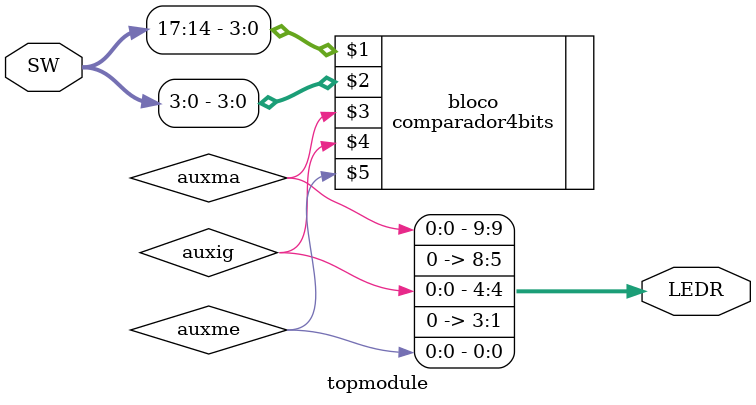
<source format=v>
module topmodule(SW, LEDR);
	input [17:0] SW;
	output [10:1] LEDR;

	wire auxma, auxig, auxme;

	// module comparador4bits (a,     b,       maior,    igual,   menor);
	comparador4bits bloco (SW[17:14], SW[3:0], auxma, auxig, auxme);

	assign LEDR[10] = auxma;
	assign LEDR[5] = auxig;
	assign LEDR[1] = auxme;

	assign LEDR[9:6] = 4'b0;
	assign LEDR[4:2] = 3'b0;

endmodule
</source>
